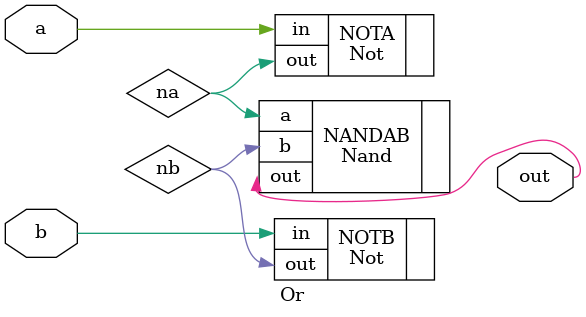
<source format=v>
 /**
 * Or gate:
 * out = 1 if (a == 1 or b == 1)
 *       0 otherwise
 */

`default_nettype none
module Or(
	input a,
	input b,
	output out
);

    wire na;  // not a
    wire nb;  // not b
    
    Not NOTA(.out(na),.in(a));
    Not NOTB(.out(nb),.in(b));
    Nand NANDAB(.out(out),.a(na),.b(nb));

endmodule


</source>
